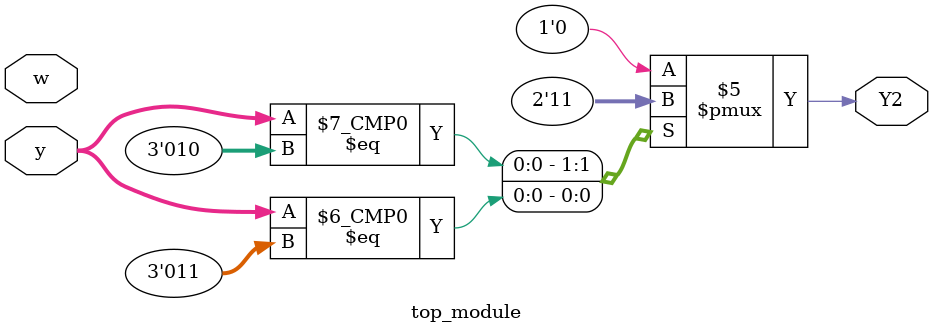
<source format=sv>
module top_module(
    input [3:1] y,
    input w,
    output reg Y2);

    always @(*) begin
        case (y)
            3'b000: Y2 = 1'b0; // State A
            3'b001: Y2 = 1'b0; // State B (next state is either A or C, both have y[2] = 0)
            3'b010: Y2 = 1'b1; // State C (next state is either D or E, D has y[2] = 1 and E has y[2] = 1)
            3'b011: Y2 = 1'b1; // State D (next state is either A or F, both have y[2] = 0 or 1)
            3'b100: Y2 = 1'b0; // State E (next state is E or D, E has y[2] = 1, D has y[2] = 1)
            3'b101: Y2 = 1'b0; // State F (next state is either C or D, C has y[2] = 1 and D has y[2] = 1)
            default: Y2 = 1'b0; // Default case
        endcase
    end

endmodule

</source>
